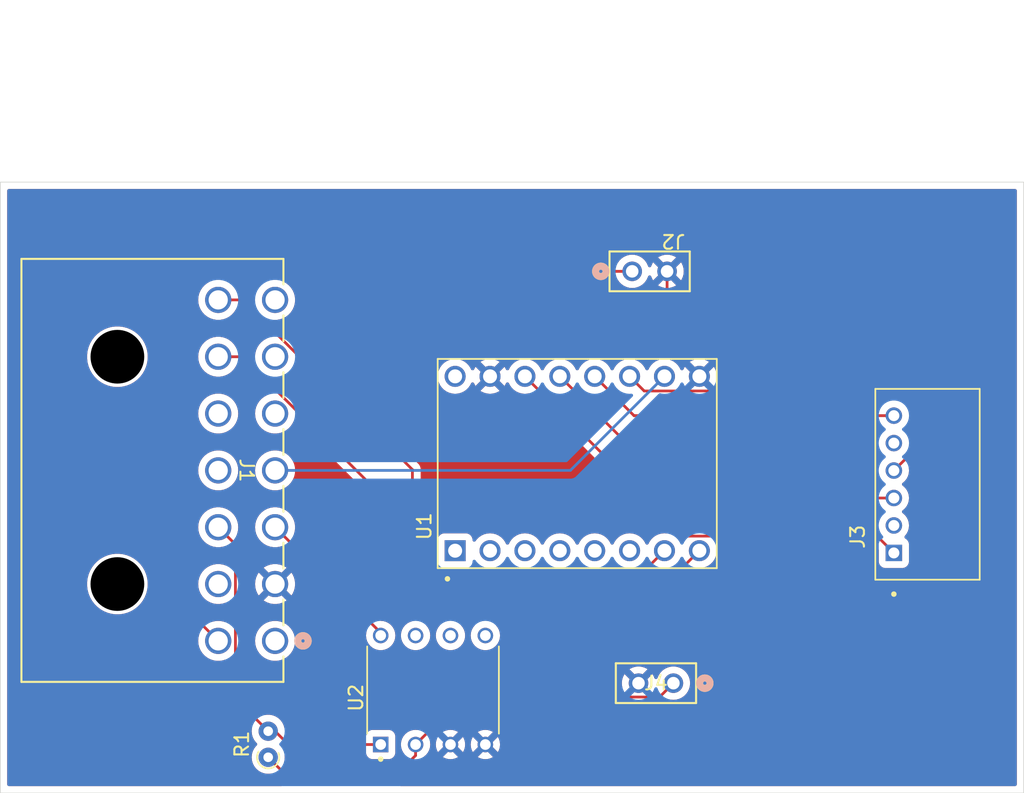
<source format=kicad_pcb>
(kicad_pcb (version 20240108) (generator "pcbnew") (generator_version "8.0")
  (layers (0 "F.Cu" signal) (31 "B.Cu" signal) (34 "B.Paste" user) (35 "F.Paste" user) (36 "B.SilkS" user "B.Silkscreen") (37 "F.SilkS" user "F.Silkscreen") (38 "B.Mask" user) (39 "F.Mask" user) (44 "Edge.Cuts" user))
  (net 0 "")
  (net 1 "/step2")
  (net 3 "/MOSI")
  (net 4 "/irVout2")
  (net 5 "+5V")
  (net 6 "+12V")
  (net 7 "GND")
  (net 8 "/irVin")
  (net 9 "/dir2")
  (net 10 "/pressureCS2")
  (net 11 "/3V3")
  (net 12 "/MISO")
  (net 14 "/SCK")
  (net 15 "/IN-")
  (net 16 "/B-")
  (net 20 "/B+")
  (net 22 "/A+")
  (net 24 "/A-")
  (footprint "S6B_PH_K_S_LF__SN_:JST_S6B-PH-K-S_LF__SN_" (layer "F.Cu") (at 224.05 75.0125 90)
    (property "Reference" "J3" (at -3.8222 -2.63556 90) (layer "F.SilkS") (effects (font (size 1.000882 1.000882))))
    (property "Value" "S6B-PH-K-S_LF__SN_")
    (fp_line (start 6.95 -1.35) (end 6.95 6.25) (stroke (width 0.127)) (layer "F.SilkS"))
    (fp_line (start -6.95 -1.35) (end 6.95 -1.35) (stroke (width 0.127)) (layer "F.SilkS"))
    (fp_line (start 6.95 6.25) (end -6.95 6.25) (stroke (width 0.127)) (layer "F.SilkS"))
    (fp_line (start -6.95 6.25) (end -6.95 -1.35) (stroke (width 0.127)) (layer "F.SilkS"))
    (fp_circle (center -8 0) (end -7.9 0) (stroke (width 0.2)) (fill none) (layer "F.SilkS"))
    (pad "1" thru_hole rect (at -5 0 90) (size 1.2 1.2) (drill 0.8) (layers "*.Cu" "*.Mask") (net 16 "/B-"))
    (pad "2" thru_hole circle (at -3 0 90) (size 1.2 1.2) (drill 0.8) (layers "*.Cu" "*.Mask"))
    (pad "3" thru_hole circle (at -1 0 90) (size 1.2 1.2) (drill 0.8) (layers "*.Cu" "*.Mask") (net 24 "/A-"))
    (pad "4" thru_hole circle (at 1 0 90) (size 1.2 1.2) (drill 0.8) (layers "*.Cu" "*.Mask") (net 20 "/B+"))
    (pad "5" thru_hole circle (at 3 0 90) (size 1.2 1.2) (drill 0.8) (layers "*.Cu" "*.Mask"))
    (pad "6" thru_hole circle (at 5 0 90) (size 1.2 1.2) (drill 0.8) (layers "*.Cu" "*.Mask") (net 22 "/A+"))
  )
  (footprint "A4988_STEPPER_MOTOR_DRIVER_CARRIER:MODULE_A4988_STEPPER_MOTOR_DRIVER_CARRIER" (layer "F.Cu") (at 201 73.5 90)
    (property "Reference" "U1" (at -4.575 -11.135 90) (layer "F.SilkS"))
    (property "Value" "A4988_STEPPER_MOTOR_DRIVER_CARRIER")
    (fp_line (start 7.62 -10.16) (end 7.62 10.16) (stroke (width 0.127)) (layer "F.SilkS"))
    (fp_line (start -7.62 -10.16) (end 7.62 -10.16) (stroke (width 0.127)) (layer "F.SilkS"))
    (fp_line (start 7.62 10.16) (end -7.62 10.16) (stroke (width 0.127)) (layer "F.SilkS"))
    (fp_line (start -7.62 10.16) (end -7.62 -10.16) (stroke (width 0.127)) (layer "F.SilkS"))
    (fp_circle (center -8.4 -9.45) (end -8.3 -9.45) (stroke (width 0.2)) (fill none) (layer "F.SilkS"))
    (pad "1" thru_hole rect (at -6.35 -8.89 90) (size 1.53 1.53) (drill 1.02) (layers "*.Cu" "*.Mask"))
    (pad "2" thru_hole circle (at -6.35 -6.35 90) (size 1.53 1.53) (drill 1.02) (layers "*.Cu" "*.Mask"))
    (pad "3" thru_hole circle (at -6.35 -3.81 90) (size 1.53 1.53) (drill 1.02) (layers "*.Cu" "*.Mask"))
    (pad "4" thru_hole circle (at -6.35 -1.27 90) (size 1.53 1.53) (drill 1.02) (layers "*.Cu" "*.Mask"))
    (pad "5" thru_hole circle (at -6.35 1.27 90) (size 1.53 1.53) (drill 1.02) (layers "*.Cu" "*.Mask"))
    (pad "6" thru_hole circle (at -6.35 3.81 90) (size 1.53 1.53) (drill 1.02) (layers "*.Cu" "*.Mask"))
    (pad "7" thru_hole circle (at -6.35 6.35 90) (size 1.53 1.53) (drill 1.02) (layers "*.Cu" "*.Mask") (net 1 "/step2"))
    (pad "8" thru_hole circle (at -6.35 8.89 90) (size 1.53 1.53) (drill 1.02) (layers "*.Cu" "*.Mask") (net 9 "/dir2"))
    (pad "9" thru_hole circle (at 6.35 8.89 90) (size 1.53 1.53) (drill 1.02) (layers "*.Cu" "*.Mask") (net 7 "GND"))
    (pad "10" thru_hole circle (at 6.35 6.35 90) (size 1.53 1.53) (drill 1.02) (layers "*.Cu" "*.Mask") (net 6 "+12V"))
    (pad "11" thru_hole circle (at 6.35 3.81 90) (size 1.53 1.53) (drill 1.02) (layers "*.Cu" "*.Mask") (net 20 "/B+"))
    (pad "12" thru_hole circle (at 6.35 1.27 90) (size 1.53 1.53) (drill 1.02) (layers "*.Cu" "*.Mask") (net 22 "/A+"))
    (pad "13" thru_hole circle (at 6.35 -1.27 90) (size 1.53 1.53) (drill 1.02) (layers "*.Cu" "*.Mask") (net 24 "/A-"))
    (pad "14" thru_hole circle (at 6.35 -3.81 90) (size 1.53 1.53) (drill 1.02) (layers "*.Cu" "*.Mask") (net 16 "/B-"))
    (pad "15" thru_hole circle (at 6.35 -6.35 90) (size 1.53 1.53) (drill 1.02) (layers "*.Cu" "*.Mask") (net 7 "GND"))
    (pad "16" thru_hole circle (at 6.35 -8.89 90) (size 1.53 1.53) (drill 1.02) (layers "*.Cu" "*.Mask"))
  )
  (footprint "Resistor_THT:R_Axial_DIN0204_L3.6mm_D1.6mm_P1.90mm_Vertical" (layer "F.Cu") (at 178.5 94.9 90)
    (property "Reference" "R1" (at 0.95 -1.92 90) (layer "F.SilkS"))
    (property "Value" "R")
    (fp_arc (start 0.320095 0.749359) (mid -0.813042 -0.054435) (end 0.417133 -0.7) (stroke (width 0.12)) (layer "F.SilkS"))
    (pad "1" thru_hole circle (at 0 0 90) (size 1.4 1.4) (drill 0.7) (layers "*.Cu" "*.Mask") (net 15 "/IN-"))
    (pad "2" thru_hole oval (at 1.9 0 90) (size 1.4 1.4) (drill 0.7) (layers "*.Cu" "*.Mask") (net 10 "/pressureCS2"))
  )
  (footprint "LM358PE3:DIP794W45P254L959H508Q8" (layer "F.Cu") (at 190.5 90 90)
    (property "Reference" "U2" (at -0.565 -5.607 90) (layer "F.SilkS"))
    (property "Value" "LM358PE3")
    (fp_line (start -3.175 -4.795) (end 3.175 -4.795) (stroke (width 0.127)) (layer "F.SilkS"))
    (fp_line (start -3.175 4.795) (end 3.175 4.795) (stroke (width 0.127)) (layer "F.SilkS"))
    (fp_circle (center -5.035 -3.81) (end -4.935 -3.81) (stroke (width 0.2)) (fill none) (layer "F.SilkS"))
    (pad "1" thru_hole rect (at -3.97 -3.81 90) (size 1.13 1.13) (drill 0.78) (layers "*.Cu" "*.Mask") (net 10 "/pressureCS2"))
    (pad "2" thru_hole circle (at -3.97 -1.27 90) (size 1.13 1.13) (drill 0.78) (layers "*.Cu" "*.Mask") (net 15 "/IN-"))
    (pad "3" thru_hole circle (at -3.97 1.27 90) (size 1.13 1.13) (drill 0.78) (layers "*.Cu" "*.Mask") (net 7 "GND"))
    (pad "4" thru_hole circle (at -3.97 3.81 90) (size 1.13 1.13) (drill 0.78) (layers "*.Cu" "*.Mask") (net 7 "GND"))
    (pad "5" thru_hole circle (at 3.97 3.81 90) (size 1.13 1.13) (drill 0.78) (layers "*.Cu" "*.Mask"))
    (pad "6" thru_hole circle (at 3.97 1.27 90) (size 1.13 1.13) (drill 0.78) (layers "*.Cu" "*.Mask"))
    (pad "7" thru_hole circle (at 3.97 -1.27 90) (size 1.13 1.13) (drill 0.78) (layers "*.Cu" "*.Mask"))
    (pad "8" thru_hole circle (at 3.97 -3.81 90) (size 1.13 1.13) (drill 0.78) (layers "*.Cu" "*.Mask") (net 5 "+5V"))
  )
  (footprint "1pin-jumper:CONN2_M20-999_1x2_HRW" (layer "F.Cu") (at 205 59.5 180)
    (property "Reference" "J2" (at -3 2.191 180) (layer "F.SilkS"))
    (property "Value" "M20-9990246")
    (fp_circle (center 2.286 0) (end 2.667 0) (stroke (width 0.508)) (fill none) (layer "B.SilkS"))
    (fp_line (start 1.651 1.4478) (end 1.651 -1.4478) (stroke (width 0.1524)) (layer "F.SilkS"))
    (fp_line (start 1.651 -1.4478) (end -4.191 -1.4478) (stroke (width 0.1524)) (layer "F.SilkS"))
    (fp_line (start -4.191 1.4478) (end 1.651 1.4478) (stroke (width 0.1524)) (layer "F.SilkS"))
    (fp_line (start -4.191 -1.4478) (end -4.191 1.4478) (stroke (width 0.1524)) (layer "F.SilkS"))
    (fp_circle (center 2.286 0) (end 2.667 0) (stroke (width 0.508)) (fill none) (layer "F.SilkS"))
    (pad "1" thru_hole circle (at 0 0 180) (size 1.4224 1.4224) (drill 0.9144) (layers "*.Cu" "*.Mask") (net 8 "/irVin"))
    (pad "2" thru_hole circle (at -2.54 0 180) (size 1.4224 1.4224) (drill 0.9144) (layers "*.Cu" "*.Mask") (net 7 "GND"))
  )
  (footprint "CONN14_1-770973-1_TEC:CONN14_1-770973-1_TEC" (layer "F.Cu") (at 179.001599 86.419998 -90)
    (property "Reference" "J1" (at -12.419998 2.069998 -90) (layer "F.SilkS"))
    (property "Value" "1-770973-1")
    (fp_circle (center 0 -2.032001) (end 0.381 -2.032001) (stroke (width 0.508)) (fill none) (layer "B.SilkS"))
    (fp_line (start -27.827003 18.466999) (end 2.987007 18.466999) (stroke (width 0.1524)) (layer "F.SilkS"))
    (fp_line (start 2.987007 18.466999) (end 2.987007 -0.607002) (stroke (width 0.1524)) (layer "F.SilkS"))
    (fp_line (start -27.827003 -0.607002) (end -27.827003 18.466999) (stroke (width 0.1524)) (layer "F.SilkS"))
    (fp_line (start -25.974566 -0.607002) (end -27.827003 -0.607002) (stroke (width 0.1524)) (layer "F.SilkS"))
    (fp_line (start -21.834567 -0.607002) (end -23.705426 -0.607002) (stroke (width 0.1524)) (layer "F.SilkS"))
    (fp_line (start -17.694567 -0.607002) (end -19.565427 -0.607002) (stroke (width 0.1524)) (layer "F.SilkS"))
    (fp_line (start -13.554568 -0.607002) (end -15.425427 -0.607002) (stroke (width 0.1524)) (layer "F.SilkS"))
    (fp_line (start -9.414569 -0.607002) (end -11.285428 -0.607002) (stroke (width 0.1524)) (layer "F.SilkS"))
    (fp_line (start -5.274569 -0.607002) (end -7.145429 -0.607002) (stroke (width 0.1524)) (layer "F.SilkS"))
    (fp_line (start -1.13457 -0.607002) (end -3.005429 -0.607002) (stroke (width 0.1524)) (layer "F.SilkS"))
    (fp_line (start 2.987007 -0.607002) (end 1.13457 -0.607002) (stroke (width 0.1524)) (layer "F.SilkS"))
    (fp_circle (center 0 -2.032001) (end 0.381 -2.032001) (stroke (width 0.508)) (fill none) (layer "F.SilkS"))
    (pad "" np_thru_hole circle (at -20.699998 11.479998 270) (size 3.9116 3.9116) (drill 3.9116) (layers))
    (pad "" np_thru_hole circle (at -4.139998 11.479998 270) (size 3.9116 3.9116) (drill 3.9116) (layers))
    (pad "1" thru_hole circle (at 0 0 270) (size 1.908 1.908) (drill 1.397) (layers "*.Cu" "*.Mask") (net 11 "/3V3"))
    (pad "2" thru_hole circle (at -4.139999 0 270) (size 1.908 1.908) (drill 1.397) (layers "*.Cu" "*.Mask") (net 7 "GND"))
    (pad "3" thru_hole circle (at -8.279999 0 270) (size 1.908 1.908) (drill 1.397) (layers "*.Cu" "*.Mask") (net 5 "+5V"))
    (pad "4" thru_hole circle (at -12.419998 0 270) (size 1.908 1.908) (drill 1.397) (layers "*.Cu" "*.Mask") (net 6 "+12V"))
    (pad "5" thru_hole circle (at -16.559997 0 270) (size 1.908 1.908) (drill 1.397) (layers "*.Cu" "*.Mask") (net 14 "/SCK"))
    (pad "6" thru_hole circle (at -20.699997 0 270) (size 1.908 1.908) (drill 1.397) (layers "*.Cu" "*.Mask") (net 12 "/MISO"))
    (pad "7" thru_hole circle (at -24.839996 0 270) (size 1.908 1.908) (drill 1.397) (layers "*.Cu" "*.Mask") (net 3 "/MOSI"))
    (pad "8" thru_hole circle (at 0 4.139997 270) (size 1.908 1.908) (drill 1.397) (layers "*.Cu" "*.Mask") (net 8 "/irVin"))
    (pad "9" thru_hole circle (at -4.139999 4.139997 270) (size 1.908 1.908) (drill 1.397) (layers "*.Cu" "*.Mask") (net 4 "/irVout2"))
    (pad "10" thru_hole circle (at -8.279999 4.139997 270) (size 1.908 1.908) (drill 1.397) (layers "*.Cu" "*.Mask") (net 10 "/pressureCS2"))
    (pad "11" thru_hole circle (at -12.419998 4.139997 270) (size 1.908 1.908) (drill 1.397) (layers "*.Cu" "*.Mask"))
    (pad "12" thru_hole circle (at -16.559997 4.139997 270) (size 1.908 1.908) (drill 1.397) (layers "*.Cu" "*.Mask"))
    (pad "13" thru_hole circle (at -20.699997 4.139997 270) (size 1.908 1.908) (drill 1.397) (layers "*.Cu" "*.Mask") (net 9 "/dir2"))
    (pad "14" thru_hole circle (at -24.839996 4.139997 270) (size 1.908 1.908) (drill 1.397) (layers "*.Cu" "*.Mask") (net 1 "/step2"))
  )
  (footprint "1pin-jumper:CONN2_M20-999_1x2_HRW" (layer "F.Cu") (at 208 89.5)
    (property "Reference" "J4" (at -1.27 0 0) (layer "F.SilkS"))
    (property "Value" "M20-9990246")
    (fp_circle (center 2.286 0) (end 2.667 0) (stroke (width 0.508)) (fill none) (layer "B.SilkS"))
    (fp_line (start -4.191 -1.4478) (end -4.191 1.4478) (stroke (width 0.1524)) (layer "F.SilkS"))
    (fp_line (start -4.191 1.4478) (end 1.651 1.4478) (stroke (width 0.1524)) (layer "F.SilkS"))
    (fp_line (start 1.651 -1.4478) (end -4.191 -1.4478) (stroke (width 0.1524)) (layer "F.SilkS"))
    (fp_line (start 1.651 1.4478) (end 1.651 -1.4478) (stroke (width 0.1524)) (layer "F.SilkS"))
    (fp_circle (center 2.286 0) (end 2.667 0) (stroke (width 0.508)) (fill none) (layer "F.SilkS"))
    (pad "1" thru_hole circle (at 0 0) (size 1.4224 1.4224) (drill 0.9144) (layers "*.Cu" "*.Mask") (net 15 "/IN-"))
    (pad "2" thru_hole circle (at -2.54 0) (size 1.4224 1.4224) (drill 0.9144) (layers "*.Cu" "*.Mask") (net 7 "GND"))
  )
  (gr_rect (start 159 53) (end 233.5 97.5) (stroke (width 0.05)) (fill none) (layer "Edge.Cuts"))
  (segment (start 189 73.944978) (end 189 80) (width 0.2) (layer "F.Cu") (net 1))
  (segment (start 204.2 83) (end 207.35 79.85) (width 0.2) (layer "F.Cu") (net 1))
  (segment (start 192 83) (end 204.2 83) (width 0.2) (layer "F.Cu") (net 1))
  (segment (start 189 80) (end 192 83) (width 0.2) (layer "F.Cu") (net 1))
  (segment (start 176.635024 61.580002) (end 189 73.944978) (width 0.2) (layer "F.Cu") (net 1))
  (segment (start 174.861602 61.580002) (end 176.635024 61.580002) (width 0.2) (layer "F.Cu") (net 1))
  (segment (start 186.69 85.8284) (end 186.69 86.03) (width 0.2) (layer "F.Cu") (net 5))
  (segment (start 179.001599 78.139999) (end 186.69 85.8284) (width 0.2) (layer "F.Cu") (net 5))
  (segment (start 207.35 67.15) (end 200.5 74) (width 0.2) (layer "B.Cu") (net 6))
  (segment (start 200.5 74) (end 179.001599 74) (width 0.2) (layer "B.Cu") (net 6))
  (segment (start 207.54 59.5) (end 207.54 64.8) (width 0.2) (layer "F.Cu") (net 7))
  (segment (start 207.54 64.8) (end 209.89 67.15) (width 0.2) (layer "F.Cu") (net 7))
  (segment (start 172 83.558396) (end 174.861602 86.419998) (width 0.2) (layer "F.Cu") (net 8))
  (segment (start 173 59.5) (end 172 60.5) (width 0.2) (layer "F.Cu") (net 8))
  (segment (start 172 60.5) (end 172 83.558396) (width 0.2) (layer "F.Cu") (net 8))
  (segment (start 205 59.5) (end 173 59.5) (width 0.2) (layer "F.Cu") (net 8))
  (segment (start 188 77.084978) (end 176.635023 65.720001) (width 0.2) (layer "F.Cu") (net 9))
  (segment (start 188 83) (end 188 77.084978) (width 0.2) (layer "F.Cu") (net 9))
  (segment (start 176.635023 65.720001) (end 174.861602 65.720001) (width 0.2) (layer "F.Cu") (net 9))
  (segment (start 189.5 84.5) (end 188 83) (width 0.2) (layer "F.Cu") (net 9))
  (segment (start 209.89 79.85) (end 205.24 84.5) (width 0.2) (layer "F.Cu") (net 9))
  (segment (start 205.24 84.5) (end 189.5 84.5) (width 0.2) (layer "F.Cu") (net 9))
  (segment (start 179.97 93.97) (end 186.69 93.97) (width 0.2) (layer "F.Cu") (net 10))
  (segment (start 178.5 93) (end 176.115602 90.615602) (width 0.2) (layer "F.Cu") (net 10))
  (segment (start 176.115602 79.393999) (end 174.861602 78.139999) (width 0.2) (layer "F.Cu") (net 10))
  (segment (start 178.5 93) (end 179 93) (width 0.2) (layer "F.Cu") (net 10))
  (segment (start 176.115602 90.615602) (end 176.115602 79.393999) (width 0.2) (layer "F.Cu") (net 10))
  (segment (start 179 93) (end 179.97 93.97) (width 0.2) (layer "F.Cu") (net 10))
  (segment (start 206.9888 90.5112) (end 192.6888 90.5112) (width 0.2) (layer "F.Cu") (net 15))
  (segment (start 189.23 94.77) (end 187.5 96.5) (width 0.2) (layer "F.Cu") (net 15))
  (segment (start 189.23 93.97) (end 189.23 94.77) (width 0.2) (layer "F.Cu") (net 15))
  (segment (start 192.6888 90.5112) (end 189.23 93.97) (width 0.2) (layer "F.Cu") (net 15))
  (segment (start 208 89.5) (end 206.9888 90.5112) (width 0.2) (layer "F.Cu") (net 15))
  (segment (start 180.1 96.5) (end 187.5 96.5) (width 0.2) (layer "F.Cu") (net 15))
  (segment (start 178.5 94.9) (end 180.1 96.5) (width 0.2) (layer "F.Cu") (net 15))
  (segment (start 197.19 67.15) (end 208.825 78.785) (width 0.2) (layer "F.Cu") (net 16))
  (segment (start 222.8225 78.785) (end 224.05 80.0125) (width 0.2) (layer "F.Cu") (net 16))
  (segment (start 208.825 78.785) (end 222.8225 78.785) (width 0.2) (layer "F.Cu") (net 16))
  (segment (start 226.5 70) (end 226.5 71.5625) (width 0.2) (layer "F.Cu") (net 20))
  (segment (start 226.5 71.5625) (end 224.05 74.0125) (width 0.2) (layer "F.Cu") (net 20))
  (segment (start 205.875 68.215) (end 224.715 68.215) (width 0.2) (layer "F.Cu") (net 20))
  (segment (start 224.715 68.215) (end 226.5 70) (width 0.2) (layer "F.Cu") (net 20))
  (segment (start 204.81 67.15) (end 205.875 68.215) (width 0.2) (layer "F.Cu") (net 20))
  (segment (start 205.1325 70.0125) (end 224.05 70.0125) (width 0.2) (layer "F.Cu") (net 22))
  (segment (start 202.27 67.15) (end 205.1325 70.0125) (width 0.2) (layer "F.Cu") (net 22))
  (segment (start 199.73 67.15) (end 208.5925 76.0125) (width 0.2) (layer "F.Cu") (net 24))
  (segment (start 208.5925 76.0125) (end 224.05 76.0125) (width 0.2) (layer "F.Cu") (net 24))
  (zone (net 7) (net_name "GND") (layer "F.Cu") (connect_pads (clearance 0.5)) (min_thickness 0.25) (fill yes (thermal_gap 0.5) (thermal_bridge_width 0.5))
    (polygon (pts (xy 159 53) (xy 159 97.5) (xy 233.5 97.5) (xy 233.5 53)))
  )
  (zone (net 7) (net_name "GND") (layer "B.Cu") (priority 1) (connect_pads (clearance 0.5)) (min_thickness 0.25) (fill yes (thermal_gap 0.5) (thermal_bridge_width 0.5))
    (polygon (pts (xy 159 53) (xy 159 97.5) (xy 233.5 97.5) (xy 233.5 53)))
  )
)
</source>
